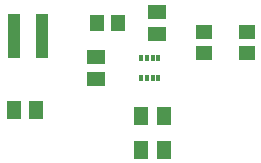
<source format=gtp>
G04*
G04 #@! TF.GenerationSoftware,Altium Limited,Altium Designer,24.10.1 (45)*
G04*
G04 Layer_Color=8421504*
%FSLAX25Y25*%
%MOIN*%
G70*
G04*
G04 #@! TF.SameCoordinates,3451842A-4D4D-41BC-B275-7F58107C68D5*
G04*
G04*
G04 #@! TF.FilePolarity,Positive*
G04*
G01*
G75*
%ADD14R,0.01181X0.01870*%
%ADD15R,0.03937X0.14961*%
%ADD16R,0.05512X0.04724*%
%ADD17R,0.04724X0.05512*%
%ADD18R,0.05906X0.05118*%
%ADD19R,0.05118X0.05906*%
D14*
X166047Y461701D02*
D03*
X168016D02*
D03*
X169984D02*
D03*
X171953D02*
D03*
Y468299D02*
D03*
X169984D02*
D03*
X166047D02*
D03*
X168016D02*
D03*
D15*
X133224Y475500D02*
D03*
X123776D02*
D03*
D16*
X187000Y477043D02*
D03*
Y469957D02*
D03*
X201500D02*
D03*
Y477043D02*
D03*
D17*
X158543Y480000D02*
D03*
X151457D02*
D03*
D18*
X171500Y476260D02*
D03*
Y483740D02*
D03*
X151000Y461260D02*
D03*
Y468740D02*
D03*
D19*
X123760Y451000D02*
D03*
X173740Y449000D02*
D03*
X166260D02*
D03*
X173740Y437500D02*
D03*
X166260D02*
D03*
X131240Y451000D02*
D03*
M02*

</source>
